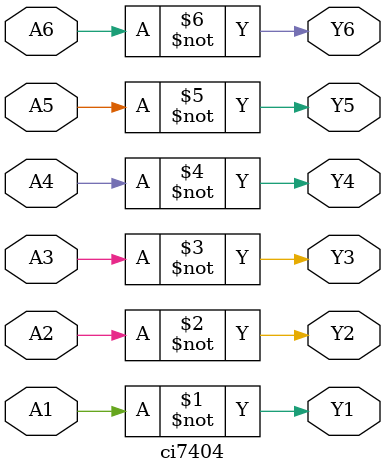
<source format=v>
module ci7404 (
	input A1, A2, A3, A4, A5, A6,
	output Y1, Y2, Y3, Y4, Y5, Y6);
	
	assign Y1 = ~A1;
	assign Y2 = ~A2;
	assign Y3 = ~A3;
	assign Y4 = ~A4;
	assign Y5 = ~A5;
	assign Y6 = ~A6;
	
endmodule
	
</source>
